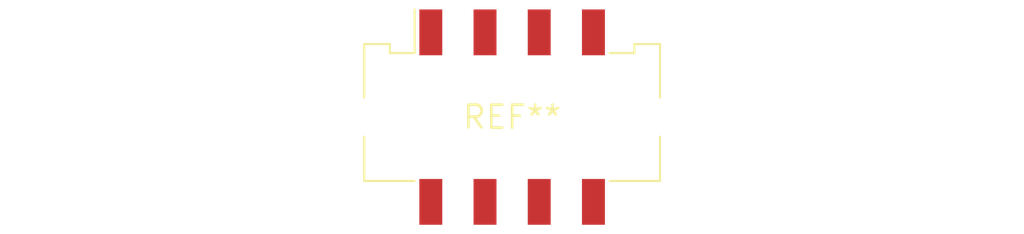
<source format=kicad_pcb>
(kicad_pcb (version 20240108) (generator pcbnew)
  (layers (0 "F.Cu" signal) (31 "B.Cu" signal) (34 "B.Paste" user) (35 "F.Paste" user) (36 "B.SilkS" user "B.Silkscreen") (37 "F.SilkS" user "F.Silkscreen") (38 "B.Mask" user) (39 "F.Mask" user) (44 "Edge.Cuts" user))
  (net 0 "")
  (footprint "Molex_Micro-Fit_3.0_43045-0815_2x04_P3.00mm_Vertical" (layer "F.Cu") (at 0 0)
    (property "Reference" "REF**")
    (property "Value" "Molex_Micro-Fit_3.0_43045-0815_2x04_P3.00mm_Vertical")
    (fp_line (start -8.185 -4.05) (end -6.765 -4.05) (layer "F.SilkS") (stroke (width 0.12)))
    (fp_line (start -8.185 -1.085) (end -8.185 -4.05) (layer "F.SilkS") (stroke (width 0.12)))
    (fp_line (start -8.185 1.085) (end -8.185 3.54) (layer "F.SilkS") (stroke (width 0.12)))
    (fp_line (start -8.185 3.54) (end -5.395 3.54) (layer "F.SilkS") (stroke (width 0.12)))
    (fp_line (start -6.765 -4.05) (end -6.765 -3.55) (layer "F.SilkS") (stroke (width 0.12)))
    (fp_line (start -6.765 -3.55) (end -5.395 -3.55) (layer "F.SilkS") (stroke (width 0.12)))
    (fp_line (start -5.395 -3.55) (end -5.395 -5.97) (layer "F.SilkS") (stroke (width 0.12)))
    (fp_line (start 6.765 -4.05) (end 6.765 -3.55) (layer "F.SilkS") (stroke (width 0.12)))
    (fp_line (start 6.765 -3.55) (end 5.395 -3.55) (layer "F.SilkS") (stroke (width 0.12)))
    (fp_line (start 8.185 -4.05) (end 6.765 -4.05) (layer "F.SilkS") (stroke (width 0.12)))
    (fp_line (start 8.185 -1.085) (end 8.185 -4.05) (layer "F.SilkS") (stroke (width 0.12)))
    (fp_line (start 8.185 1.085) (end 8.185 3.54) (layer "F.SilkS") (stroke (width 0.12)))
    (fp_line (start 8.185 3.54) (end 5.395 3.54) (layer "F.SilkS") (stroke (width 0.12)))
    (pad "" np_thru_hole circle (at -6.65 0) (size 2.41 2.41) (drill 2.41) (layers *.Cu *.Mask))
    (pad "" np_thru_hole circle (at 6.65 0) (size 2.41 2.41) (drill 2.41) (layers *.Cu *.Mask))
    (pad "1" smd rect (at -4.5 -4.7) (size 1.27 2.54) (layers "F.Cu" "F.Paste" "F.Mask"))
    (pad "2" smd rect (at -1.5 -4.7) (size 1.27 2.54) (layers "F.Cu" "F.Paste" "F.Mask"))
    (pad "3" smd rect (at 1.5 -4.7) (size 1.27 2.54) (layers "F.Cu" "F.Paste" "F.Mask"))
    (pad "4" smd rect (at 4.5 -4.7) (size 1.27 2.54) (layers "F.Cu" "F.Paste" "F.Mask"))
    (pad "5" smd rect (at -4.5 4.7) (size 1.27 2.54) (layers "F.Cu" "F.Paste" "F.Mask"))
    (pad "6" smd rect (at -1.5 4.7) (size 1.27 2.54) (layers "F.Cu" "F.Paste" "F.Mask"))
    (pad "7" smd rect (at 1.5 4.7) (size 1.27 2.54) (layers "F.Cu" "F.Paste" "F.Mask"))
    (pad "8" smd rect (at 4.5 4.7) (size 1.27 2.54) (layers "F.Cu" "F.Paste" "F.Mask"))
  )
)
</source>
